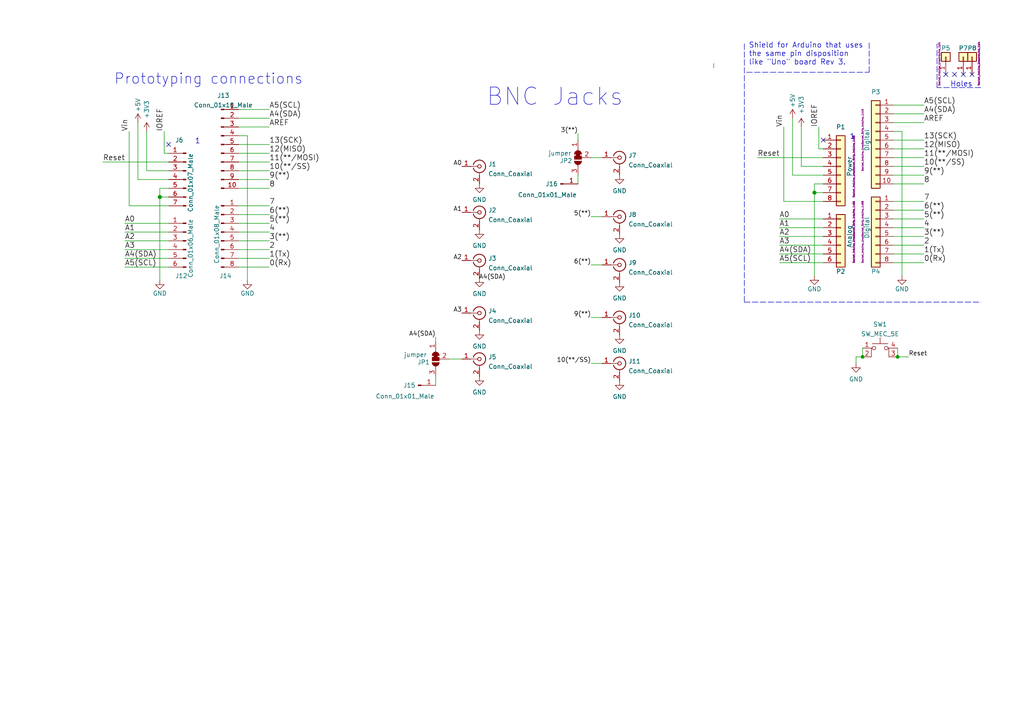
<source format=kicad_sch>
(kicad_sch (version 20211123) (generator eeschema)
  (paper "A4")
  (title_block (date "lun. 30 mars 2015"))
  (lib_symbols
    (symbol "Connector:Conn_01x01_Male" (pin_names (offset 1.016) hide)
      (property "Reference" "J" (at 0 2.54 0))
      (property "Value" "Conn_01x01_Male" (at 0 -2.54 0))
      (symbol "Conn_01x01_Male_1_1"
        (polyline (pts (xy 1.27 0) (xy 0.8636 0)) (stroke (width 0.1524)))
        (rectangle (start 0.8636 0.127) (end 0 -0.127) (stroke (width 0.1524)) (fill (type outline)))
        (pin passive line (at 5.08 0 180) (length 3.81) (name "Pin_1") (number "1"))
      )
    )
    (symbol "Connector:Conn_01x06_Male" (pin_names (offset 1.016) hide)
      (property "Reference" "J" (at 0 7.62 0))
      (property "Value" "Conn_01x06_Male" (at 0 -10.16 0))
      (symbol "Conn_01x06_Male_1_1"
        (polyline (pts (xy 1.27 -7.62) (xy 0.8636 -7.62)) (stroke (width 0.1524)))
        (polyline (pts (xy 1.27 -5.08) (xy 0.8636 -5.08)) (stroke (width 0.1524)))
        (polyline (pts (xy 1.27 -2.54) (xy 0.8636 -2.54)) (stroke (width 0.1524)))
        (polyline (pts (xy 1.27 0) (xy 0.8636 0)) (stroke (width 0.1524)))
        (polyline (pts (xy 1.27 2.54) (xy 0.8636 2.54)) (stroke (width 0.1524)))
        (polyline (pts (xy 1.27 5.08) (xy 0.8636 5.08)) (stroke (width 0.1524)))
        (rectangle (start 0.8636 -7.493) (end 0 -7.747) (stroke (width 0.1524)) (fill (type outline)))
        (rectangle (start 0.8636 -4.953) (end 0 -5.207) (stroke (width 0.1524)) (fill (type outline)))
        (rectangle (start 0.8636 -2.413) (end 0 -2.667) (stroke (width 0.1524)) (fill (type outline)))
        (rectangle (start 0.8636 0.127) (end 0 -0.127) (stroke (width 0.1524)) (fill (type outline)))
        (rectangle (start 0.8636 2.667) (end 0 2.413) (stroke (width 0.1524)) (fill (type outline)))
        (rectangle (start 0.8636 5.207) (end 0 4.953) (stroke (width 0.1524)) (fill (type outline)))
        (pin passive line (at 5.08 5.08 180) (length 3.81) (name "Pin_1") (number "1"))
        (pin passive line (at 5.08 2.54 180) (length 3.81) (name "Pin_2") (number "2"))
        (pin passive line (at 5.08 0 180) (length 3.81) (name "Pin_3") (number "3"))
        (pin passive line (at 5.08 -2.54 180) (length 3.81) (name "Pin_4") (number "4"))
        (pin passive line (at 5.08 -5.08 180) (length 3.81) (name "Pin_5") (number "5"))
        (pin passive line (at 5.08 -7.62 180) (length 3.81) (name "Pin_6") (number "6"))
      )
    )
    (symbol "Connector:Conn_01x07_Male" (pin_names (offset 1.016) hide)
      (property "Reference" "J" (at 0 10.16 0))
      (property "Value" "Conn_01x07_Male" (at 0 -10.16 0))
      (symbol "Conn_01x07_Male_1_1"
        (polyline (pts (xy 1.27 -7.62) (xy 0.8636 -7.62)) (stroke (width 0.1524)))
        (polyline (pts (xy 1.27 -5.08) (xy 0.8636 -5.08)) (stroke (width 0.1524)))
        (polyline (pts (xy 1.27 -2.54) (xy 0.8636 -2.54)) (stroke (width 0.1524)))
        (polyline (pts (xy 1.27 0) (xy 0.8636 0)) (stroke (width 0.1524)))
        (polyline (pts (xy 1.27 2.54) (xy 0.8636 2.54)) (stroke (width 0.1524)))
        (polyline (pts (xy 1.27 5.08) (xy 0.8636 5.08)) (stroke (width 0.1524)))
        (polyline (pts (xy 1.27 7.62) (xy 0.8636 7.62)) (stroke (width 0.1524)))
        (rectangle (start 0.8636 -7.493) (end 0 -7.747) (stroke (width 0.1524)) (fill (type outline)))
        (rectangle (start 0.8636 -4.953) (end 0 -5.207) (stroke (width 0.1524)) (fill (type outline)))
        (rectangle (start 0.8636 -2.413) (end 0 -2.667) (stroke (width 0.1524)) (fill (type outline)))
        (rectangle (start 0.8636 0.127) (end 0 -0.127) (stroke (width 0.1524)) (fill (type outline)))
        (rectangle (start 0.8636 2.667) (end 0 2.413) (stroke (width 0.1524)) (fill (type outline)))
        (rectangle (start 0.8636 5.207) (end 0 4.953) (stroke (width 0.1524)) (fill (type outline)))
        (rectangle (start 0.8636 7.747) (end 0 7.493) (stroke (width 0.1524)) (fill (type outline)))
        (pin passive line (at 5.08 7.62 180) (length 3.81) (name "Pin_1") (number "1"))
        (pin passive line (at 5.08 5.08 180) (length 3.81) (name "Pin_2") (number "2"))
        (pin passive line (at 5.08 2.54 180) (length 3.81) (name "Pin_3") (number "3"))
        (pin passive line (at 5.08 0 180) (length 3.81) (name "Pin_4") (number "4"))
        (pin passive line (at 5.08 -2.54 180) (length 3.81) (name "Pin_5") (number "5"))
        (pin passive line (at 5.08 -5.08 180) (length 3.81) (name "Pin_6") (number "6"))
        (pin passive line (at 5.08 -7.62 180) (length 3.81) (name "Pin_7") (number "7"))
      )
    )
    (symbol "Connector:Conn_01x08_Male" (pin_names (offset 1.016) hide)
      (property "Reference" "J" (at 0 10.16 0))
      (property "Value" "Conn_01x08_Male" (at 0 -12.7 0))
      (symbol "Conn_01x08_Male_1_1"
        (polyline (pts (xy 1.27 -10.16) (xy 0.8636 -10.16)) (stroke (width 0.1524)))
        (polyline (pts (xy 1.27 -7.62) (xy 0.8636 -7.62)) (stroke (width 0.1524)))
        (polyline (pts (xy 1.27 -5.08) (xy 0.8636 -5.08)) (stroke (width 0.1524)))
        (polyline (pts (xy 1.27 -2.54) (xy 0.8636 -2.54)) (stroke (width 0.1524)))
        (polyline (pts (xy 1.27 0) (xy 0.8636 0)) (stroke (width 0.1524)))
        (polyline (pts (xy 1.27 2.54) (xy 0.8636 2.54)) (stroke (width 0.1524)))
        (polyline (pts (xy 1.27 5.08) (xy 0.8636 5.08)) (stroke (width 0.1524)))
        (polyline (pts (xy 1.27 7.62) (xy 0.8636 7.62)) (stroke (width 0.1524)))
        (rectangle (start 0.8636 -10.033) (end 0 -10.287) (stroke (width 0.1524)) (fill (type outline)))
        (rectangle (start 0.8636 -7.493) (end 0 -7.747) (stroke (width 0.1524)) (fill (type outline)))
        (rectangle (start 0.8636 -4.953) (end 0 -5.207) (stroke (width 0.1524)) (fill (type outline)))
        (rectangle (start 0.8636 -2.413) (end 0 -2.667) (stroke (width 0.1524)) (fill (type outline)))
        (rectangle (start 0.8636 0.127) (end 0 -0.127) (stroke (width 0.1524)) (fill (type outline)))
        (rectangle (start 0.8636 2.667) (end 0 2.413) (stroke (width 0.1524)) (fill (type outline)))
        (rectangle (start 0.8636 5.207) (end 0 4.953) (stroke (width 0.1524)) (fill (type outline)))
        (rectangle (start 0.8636 7.747) (end 0 7.493) (stroke (width 0.1524)) (fill (type outline)))
        (pin passive line (at 5.08 7.62 180) (length 3.81) (name "Pin_1") (number "1"))
        (pin passive line (at 5.08 5.08 180) (length 3.81) (name "Pin_2") (number "2"))
        (pin passive line (at 5.08 2.54 180) (length 3.81) (name "Pin_3") (number "3"))
        (pin passive line (at 5.08 0 180) (length 3.81) (name "Pin_4") (number "4"))
        (pin passive line (at 5.08 -2.54 180) (length 3.81) (name "Pin_5") (number "5"))
        (pin passive line (at 5.08 -5.08 180) (length 3.81) (name "Pin_6") (number "6"))
        (pin passive line (at 5.08 -7.62 180) (length 3.81) (name "Pin_7") (number "7"))
        (pin passive line (at 5.08 -10.16 180) (length 3.81) (name "Pin_8") (number "8"))
      )
    )
    (symbol "Connector:Conn_01x10_Male" (pin_names (offset 1.016) hide)
      (property "Reference" "J" (at 0 12.7 0))
      (property "Value" "Conn_01x10_Male" (at 0 -15.24 0))
      (symbol "Conn_01x10_Male_1_1"
        (polyline (pts (xy 1.27 -12.7) (xy 0.8636 -12.7)) (stroke (width 0.1524)))
        (polyline (pts (xy 1.27 -10.16) (xy 0.8636 -10.16)) (stroke (width 0.1524)))
        (polyline (pts (xy 1.27 -7.62) (xy 0.8636 -7.62)) (stroke (width 0.1524)))
        (polyline (pts (xy 1.27 -5.08) (xy 0.8636 -5.08)) (stroke (width 0.1524)))
        (polyline (pts (xy 1.27 -2.54) (xy 0.8636 -2.54)) (stroke (width 0.1524)))
        (polyline (pts (xy 1.27 0) (xy 0.8636 0)) (stroke (width 0.1524)))
        (polyline (pts (xy 1.27 2.54) (xy 0.8636 2.54)) (stroke (width 0.1524)))
        (polyline (pts (xy 1.27 5.08) (xy 0.8636 5.08)) (stroke (width 0.1524)))
        (polyline (pts (xy 1.27 7.62) (xy 0.8636 7.62)) (stroke (width 0.1524)))
        (polyline (pts (xy 1.27 10.16) (xy 0.8636 10.16)) (stroke (width 0.1524)))
        (rectangle (start 0.8636 -12.573) (end 0 -12.827) (stroke (width 0.1524)) (fill (type outline)))
        (rectangle (start 0.8636 -10.033) (end 0 -10.287) (stroke (width 0.1524)) (fill (type outline)))
        (rectangle (start 0.8636 -7.493) (end 0 -7.747) (stroke (width 0.1524)) (fill (type outline)))
        (rectangle (start 0.8636 -4.953) (end 0 -5.207) (stroke (width 0.1524)) (fill (type outline)))
        (rectangle (start 0.8636 -2.413) (end 0 -2.667) (stroke (width 0.1524)) (fill (type outline)))
        (rectangle (start 0.8636 0.127) (end 0 -0.127) (stroke (width 0.1524)) (fill (type outline)))
        (rectangle (start 0.8636 2.667) (end 0 2.413) (stroke (width 0.1524)) (fill (type outline)))
        (rectangle (start 0.8636 5.207) (end 0 4.953) (stroke (width 0.1524)) (fill (type outline)))
        (rectangle (start 0.8636 7.747) (end 0 7.493) (stroke (width 0.1524)) (fill (type outline)))
        (rectangle (start 0.8636 10.287) (end 0 10.033) (stroke (width 0.1524)) (fill (type outline)))
        (pin passive line (at 5.08 10.16 180) (length 3.81) (name "Pin_1") (number "1"))
        (pin passive line (at 5.08 -12.7 180) (length 3.81) (name "Pin_10") (number "10"))
        (pin passive line (at 5.08 7.62 180) (length 3.81) (name "Pin_2") (number "2"))
        (pin passive line (at 5.08 5.08 180) (length 3.81) (name "Pin_3") (number "3"))
        (pin passive line (at 5.08 2.54 180) (length 3.81) (name "Pin_4") (number "4"))
        (pin passive line (at 5.08 0 180) (length 3.81) (name "Pin_5") (number "5"))
        (pin passive line (at 5.08 -2.54 180) (length 3.81) (name "Pin_6") (number "6"))
        (pin passive line (at 5.08 -5.08 180) (length 3.81) (name "Pin_7") (number "7"))
        (pin passive line (at 5.08 -7.62 180) (length 3.81) (name "Pin_8") (number "8"))
        (pin passive line (at 5.08 -10.16 180) (length 3.81) (name "Pin_9") (number "9"))
      )
    )
    (symbol "Connector:Conn_Coaxial" (pin_names (offset 1.016) hide)
      (property "Reference" "J" (at 0.254 3.048 0))
      (property "Value" "Conn_Coaxial" (at 2.921 0 90))
      (symbol "Conn_Coaxial_0_1"
        (arc (start -1.778 -0.508) (mid 0.222 -1.808) (end 1.778 0) (stroke (width 0.254)))
        (polyline (pts (xy -2.54 0) (xy -0.508 0)))
        (polyline (pts (xy 0 -2.54) (xy 0 -1.778)))
        (circle (center 0 0) (radius 0.508) (stroke (width 0.2032)))
        (arc (start 1.778 0) (mid 0.222 1.8083) (end -1.778 0.508) (stroke (width 0.254)))
      )
      (symbol "Conn_Coaxial_1_1"
        (pin passive line (at -5.08 0 0) (length 2.54) (name "In") (number "1"))
        (pin passive line (at 0 -5.08 90) (length 2.54) (name "Ext") (number "2"))
      )
    )
    (symbol "Connector_Generic:Conn_01x01" (pin_names (offset 1.016) hide)
      (property "Reference" "J" (at 0 2.54 0))
      (property "Value" "Conn_01x01" (at 0 -2.54 0))
      (symbol "Conn_01x01_1_1"
        (rectangle (start -1.27 0.127) (end 0 -0.127) (stroke (width 0.1524)))
        (rectangle (start -1.27 1.27) (end 1.27 -1.27) (stroke (width 0.254)) (fill (type background)))
        (pin passive line (at -5.08 0 0) (length 3.81) (name "Pin_1") (number "1"))
      )
    )
    (symbol "Connector_Generic:Conn_01x06" (pin_names (offset 1.016) hide)
      (property "Reference" "J" (at 0 7.62 0))
      (property "Value" "Conn_01x06" (at 0 -10.16 0))
      (symbol "Conn_01x06_1_1"
        (rectangle (start -1.27 -7.493) (end 0 -7.747) (stroke (width 0.1524)))
        (rectangle (start -1.27 -4.953) (end 0 -5.207) (stroke (width 0.1524)))
        (rectangle (start -1.27 -2.413) (end 0 -2.667) (stroke (width 0.1524)))
        (rectangle (start -1.27 0.127) (end 0 -0.127) (stroke (width 0.1524)))
        (rectangle (start -1.27 2.667) (end 0 2.413) (stroke (width 0.1524)))
        (rectangle (start -1.27 5.207) (end 0 4.953) (stroke (width 0.1524)))
        (rectangle (start -1.27 6.35) (end 1.27 -8.89) (stroke (width 0.254)) (fill (type background)))
        (pin passive line (at -5.08 5.08 0) (length 3.81) (name "Pin_1") (number "1"))
        (pin passive line (at -5.08 2.54 0) (length 3.81) (name "Pin_2") (number "2"))
        (pin passive line (at -5.08 0 0) (length 3.81) (name "Pin_3") (number "3"))
        (pin passive line (at -5.08 -2.54 0) (length 3.81) (name "Pin_4") (number "4"))
        (pin passive line (at -5.08 -5.08 0) (length 3.81) (name "Pin_5") (number "5"))
        (pin passive line (at -5.08 -7.62 0) (length 3.81) (name "Pin_6") (number "6"))
      )
    )
    (symbol "Connector_Generic:Conn_01x08" (pin_names (offset 1.016) hide)
      (property "Reference" "J" (at 0 10.16 0))
      (property "Value" "Conn_01x08" (at 0 -12.7 0))
      (symbol "Conn_01x08_1_1"
        (rectangle (start -1.27 -10.033) (end 0 -10.287) (stroke (width 0.1524)))
        (rectangle (start -1.27 -7.493) (end 0 -7.747) (stroke (width 0.1524)))
        (rectangle (start -1.27 -4.953) (end 0 -5.207) (stroke (width 0.1524)))
        (rectangle (start -1.27 -2.413) (end 0 -2.667) (stroke (width 0.1524)))
        (rectangle (start -1.27 0.127) (end 0 -0.127) (stroke (width 0.1524)))
        (rectangle (start -1.27 2.667) (end 0 2.413) (stroke (width 0.1524)))
        (rectangle (start -1.27 5.207) (end 0 4.953) (stroke (width 0.1524)))
        (rectangle (start -1.27 7.747) (end 0 7.493) (stroke (width 0.1524)))
        (rectangle (start -1.27 8.89) (end 1.27 -11.43) (stroke (width 0.254)) (fill (type background)))
        (pin passive line (at -5.08 7.62 0) (length 3.81) (name "Pin_1") (number "1"))
        (pin passive line (at -5.08 5.08 0) (length 3.81) (name "Pin_2") (number "2"))
        (pin passive line (at -5.08 2.54 0) (length 3.81) (name "Pin_3") (number "3"))
        (pin passive line (at -5.08 0 0) (length 3.81) (name "Pin_4") (number "4"))
        (pin passive line (at -5.08 -2.54 0) (length 3.81) (name "Pin_5") (number "5"))
        (pin passive line (at -5.08 -5.08 0) (length 3.81) (name "Pin_6") (number "6"))
        (pin passive line (at -5.08 -7.62 0) (length 3.81) (name "Pin_7") (number "7"))
        (pin passive line (at -5.08 -10.16 0) (length 3.81) (name "Pin_8") (number "8"))
      )
    )
    (symbol "Connector_Generic:Conn_01x10" (pin_names (offset 1.016) hide)
      (property "Reference" "J" (at 0 12.7 0))
      (property "Value" "Conn_01x10" (at 0 -15.24 0))
      (symbol "Conn_01x10_1_1"
        (rectangle (start -1.27 -12.573) (end 0 -12.827) (stroke (width 0.1524)))
        (rectangle (start -1.27 -10.033) (end 0 -10.287) (stroke (width 0.1524)))
        (rectangle (start -1.27 -7.493) (end 0 -7.747) (stroke (width 0.1524)))
        (rectangle (start -1.27 -4.953) (end 0 -5.207) (stroke (width 0.1524)))
        (rectangle (start -1.27 -2.413) (end 0 -2.667) (stroke (width 0.1524)))
        (rectangle (start -1.27 0.127) (end 0 -0.127) (stroke (width 0.1524)))
        (rectangle (start -1.27 2.667) (end 0 2.413) (stroke (width 0.1524)))
        (rectangle (start -1.27 5.207) (end 0 4.953) (stroke (width 0.1524)))
        (rectangle (start -1.27 7.747) (end 0 7.493) (stroke (width 0.1524)))
        (rectangle (start -1.27 10.287) (end 0 10.033) (stroke (width 0.1524)))
        (rectangle (start -1.27 11.43) (end 1.27 -13.97) (stroke (width 0.254)) (fill (type background)))
        (pin passive line (at -5.08 10.16 0) (length 3.81) (name "Pin_1") (number "1"))
        (pin passive line (at -5.08 -12.7 0) (length 3.81) (name "Pin_10") (number "10"))
        (pin passive line (at -5.08 7.62 0) (length 3.81) (name "Pin_2") (number "2"))
        (pin passive line (at -5.08 5.08 0) (length 3.81) (name "Pin_3") (number "3"))
        (pin passive line (at -5.08 2.54 0) (length 3.81) (name "Pin_4") (number "4"))
        (pin passive line (at -5.08 0 0) (length 3.81) (name "Pin_5") (number "5"))
        (pin passive line (at -5.08 -2.54 0) (length 3.81) (name "Pin_6") (number "6"))
        (pin passive line (at -5.08 -5.08 0) (length 3.81) (name "Pin_7") (number "7"))
        (pin passive line (at -5.08 -7.62 0) (length 3.81) (name "Pin_8") (number "8"))
        (pin passive line (at -5.08 -10.16 0) (length 3.81) (name "Pin_9") (number "9"))
      )
    )
    (symbol "Jumper:SolderJumper_3_Bridged12" (pin_names (offset 0) hide)
      (property "Reference" "JP" (at -2.54 -2.54 0))
      (property "Value" "SolderJumper_3_Bridged12" (at 0 2.794 0))
      (symbol "SolderJumper_3_Bridged12_0_1"
        (rectangle (start -1.016 0.508) (end -0.508 -0.508) (fill (type outline)))
        (arc (start -1.016 1.016) (mid -2.032 0) (end -1.016 -1.016))
        (arc (start -1.016 1.016) (mid -2.032 0) (end -1.016 -1.016) (fill (type outline)))
        (rectangle (start -0.508 1.016) (end 0.508 -1.016) (fill (type outline)))
        (polyline (pts (xy -2.54 0) (xy -2.032 0)))
        (polyline (pts (xy -1.016 1.016) (xy -1.016 -1.016)))
        (polyline (pts (xy 0 -1.27) (xy 0 -1.016)))
        (polyline (pts (xy 1.016 1.016) (xy 1.016 -1.016)))
        (polyline (pts (xy 2.54 0) (xy 2.032 0)))
        (arc (start 1.016 -1.016) (mid 2.032 0) (end 1.016 1.016))
        (arc (start 1.016 -1.016) (mid 2.032 0) (end 1.016 1.016) (fill (type outline)))
      )
      (symbol "SolderJumper_3_Bridged12_1_1"
        (pin passive line (at -5.08 0 0) (length 2.54) (name "A") (number "1"))
        (pin input line (at 0 -3.81 90) (length 2.54) (name "C") (number "2"))
        (pin passive line (at 5.08 0 180) (length 2.54) (name "B") (number "3"))
      )
    )
    (symbol "Switch:SW_MEC_5E" (pin_names (offset 1.016) hide)
      (property "Reference" "SW" (at 0.635 5.715 0))
      (property "Value" "SW_MEC_5E" (at 0 -3.175 0))
      (symbol "SW_MEC_5E_0_1"
        (circle (center -1.778 2.54) (radius 0.508))
        (polyline (pts (xy -2.286 3.81) (xy 2.286 3.81)))
        (polyline (pts (xy 0 3.81) (xy 0 5.588)))
        (polyline (pts (xy -2.54 0) (xy -2.54 2.54) (xy -2.286 2.54)))
        (polyline (pts (xy 2.54 0) (xy 2.54 2.54) (xy 2.286 2.54)))
        (circle (center 1.778 2.54) (radius 0.508))
        (pin passive line (at -5.08 2.54 0) (length 2.54) (name "1") (number "1"))
        (pin passive line (at -5.08 0 0) (length 2.54) (name "2") (number "2"))
        (pin passive line (at 5.08 0 180) (length 2.54) (name "K") (number "3"))
        (pin passive line (at 5.08 2.54 180) (length 2.54) (name "A") (number "4"))
      )
    )
    (symbol "power:+3.3V" (power) (pin_names (offset 0))
      (property "Value" "+3.3V" (at 0 3.556 0))
      (symbol "+3.3V_0_1"
        (polyline (pts (xy -0.762 1.27) (xy 0 2.54)))
        (polyline (pts (xy 0 0) (xy 0 2.54)))
        (polyline (pts (xy 0 2.54) (xy 0.762 1.27)))
      )
      (symbol "+3.3V_1_1"
        (pin power_in line (at 0 0 90) (length 0) hide (name "+3V3") (number "1"))
      )
    )
    (symbol "power:+5V" (power) (pin_names (offset 0))
      (property "Value" "+5V" (at 0 3.556 0))
      (symbol "+5V_0_1"
        (polyline (pts (xy -0.762 1.27) (xy 0 2.54)))
        (polyline (pts (xy 0 0) (xy 0 2.54)))
        (polyline (pts (xy 0 2.54) (xy 0.762 1.27)))
      )
      (symbol "+5V_1_1"
        (pin power_in line (at 0 0 90) (length 0) hide (name "+5V") (number "1"))
      )
    )
    (symbol "power:GND" (power) (pin_names (offset 0))
      (property "Value" "GND" (at 0 -3.81 0))
      (symbol "GND_0_1"
        (polyline (pts (xy 0 0) (xy 0 -1.27) (xy 1.27 -1.27) (xy 0 -2.54) (xy -1.27 -1.27) (xy 0 -1.27)))
      )
      (symbol "GND_1_1"
        (pin power_in line (at 0 0 270) (length 0) hide (name "GND") (number "1"))
      )
    )
  )
  (junction (at 46.355 57.15) (diameter 1.016))
  (junction (at 250.19 103.505))
  (junction (at 260.35 103.505))
  (junction (at 236.22 55.88) (diameter 1.016))
  (no_connect (at 279.4 21.59))
  (no_connect (at 274.32 21.59))
  (no_connect (at 276.86 21.59))
  (no_connect (at 48.895 41.91))
  (no_connect (at 281.94 21.59))
  (no_connect (at 238.76 40.64))
  (wire (pts (xy 69.215 36.83) (xy 78.105 36.83)))
  (wire (pts (xy 69.215 49.53) (xy 78.105 49.53)))
  (wire (pts (xy 238.76 48.26) (xy 232.41 48.26)))
  (wire (pts (xy 48.895 69.85) (xy 36.195 69.85)))
  (wire (pts (xy 238.76 71.12) (xy 226.06 71.12)))
  (wire (pts (xy 46.355 54.61) (xy 46.355 57.15)))
  (polyline (pts (xy 252.095 20.955) (xy 252.095 12.065)) (stroke (width 0) (type dash)))
  (wire (pts (xy 69.215 72.39) (xy 78.105 72.39)))
  (wire (pts (xy 42.545 49.53) (xy 42.545 38.1)))
  (wire (pts (xy 259.08 63.5) (xy 267.97 63.5)))
  (wire (pts (xy 47.625 44.45) (xy 48.895 44.45)))
  (wire (pts (xy 69.215 41.91) (xy 78.105 41.91)))
  (wire (pts (xy 40.005 52.07) (xy 40.005 35.56)))
  (wire (pts (xy 69.215 39.37) (xy 71.755 39.37)))
  (wire (pts (xy 126.365 97.79) (xy 126.365 99.06)))
  (wire (pts (xy 236.22 53.34) (xy 236.22 55.88)))
  (wire (pts (xy 37.465 59.69) (xy 37.465 38.1)))
  (wire (pts (xy 259.08 43.18) (xy 267.97 43.18)))
  (wire (pts (xy 261.62 38.1) (xy 261.62 80.01)))
  (wire (pts (xy 238.76 53.34) (xy 236.22 53.34)))
  (wire (pts (xy 48.895 52.07) (xy 40.005 52.07)))
  (wire (pts (xy 167.64 50.8) (xy 167.64 53.34)))
  (wire (pts (xy 259.08 53.34) (xy 267.97 53.34)))
  (wire (pts (xy 237.49 43.18) (xy 238.76 43.18)))
  (wire (pts (xy 238.76 50.8) (xy 229.87 50.8)))
  (wire (pts (xy 250.19 103.505) (xy 248.285 103.505)))
  (wire (pts (xy 71.755 39.37) (xy 71.755 81.28)))
  (wire (pts (xy 171.45 92.075) (xy 174.625 92.075)))
  (wire (pts (xy 69.215 44.45) (xy 78.105 44.45)))
  (wire (pts (xy 259.08 40.64) (xy 267.97 40.64)))
  (wire (pts (xy 259.08 58.42) (xy 267.97 58.42)))
  (wire (pts (xy 238.76 66.04) (xy 226.06 66.04)))
  (wire (pts (xy 69.215 74.93) (xy 78.105 74.93)))
  (wire (pts (xy 250.19 100.965) (xy 250.19 103.505)))
  (wire (pts (xy 259.08 30.48) (xy 267.97 30.48)))
  (wire (pts (xy 259.08 71.12) (xy 267.97 71.12)))
  (wire (pts (xy 69.215 69.85) (xy 78.105 69.85)))
  (wire (pts (xy 171.45 105.41) (xy 174.625 105.41)))
  (wire (pts (xy 69.215 59.69) (xy 78.105 59.69)))
  (wire (pts (xy 260.35 100.965) (xy 260.35 103.505)))
  (wire (pts (xy 167.64 38.735) (xy 167.64 40.64)))
  (wire (pts (xy 238.76 58.42) (xy 227.33 58.42)))
  (wire (pts (xy 171.45 76.835) (xy 174.625 76.835)))
  (wire (pts (xy 69.215 67.31) (xy 78.105 67.31)))
  (wire (pts (xy 207.01 18.415) (xy 207.01 19.685)))
  (wire (pts (xy 48.895 64.77) (xy 36.195 64.77)))
  (wire (pts (xy 48.895 72.39) (xy 36.195 72.39)))
  (wire (pts (xy 238.76 63.5) (xy 226.06 63.5)))
  (wire (pts (xy 259.08 45.72) (xy 267.97 45.72)))
  (wire (pts (xy 238.76 73.66) (xy 226.06 73.66)))
  (polyline (pts (xy 284.48 25.4) (xy 271.78 25.4)) (stroke (width 0) (type dash)))
  (wire (pts (xy 48.895 57.15) (xy 46.355 57.15)))
  (wire (pts (xy 238.76 45.72) (xy 219.71 45.72)))
  (wire (pts (xy 259.08 38.1) (xy 261.62 38.1)))
  (wire (pts (xy 238.76 55.88) (xy 236.22 55.88)))
  (wire (pts (xy 259.08 50.8) (xy 267.97 50.8)))
  (wire (pts (xy 48.895 49.53) (xy 42.545 49.53)))
  (wire (pts (xy 48.895 74.93) (xy 36.195 74.93)))
  (wire (pts (xy 69.215 77.47) (xy 78.105 77.47)))
  (wire (pts (xy 236.22 55.88) (xy 236.22 80.01)))
  (wire (pts (xy 227.33 58.42) (xy 227.33 36.83)))
  (wire (pts (xy 130.175 104.14) (xy 133.985 104.14)))
  (wire (pts (xy 48.895 59.69) (xy 37.465 59.69)))
  (polyline (pts (xy 215.9 87.63) (xy 284.48 87.63)) (stroke (width 0) (type dash)))
  (wire (pts (xy 259.08 68.58) (xy 267.97 68.58)))
  (wire (pts (xy 47.625 38.1) (xy 47.625 44.45)))
  (wire (pts (xy 238.76 76.2) (xy 226.06 76.2)))
  (wire (pts (xy 69.215 52.07) (xy 78.105 52.07)))
  (wire (pts (xy 259.08 73.66) (xy 267.97 73.66)))
  (polyline (pts (xy 271.78 25.4) (xy 271.78 12.7)) (stroke (width 0) (type dash)))
  (wire (pts (xy 69.215 34.29) (xy 78.105 34.29)))
  (wire (pts (xy 69.215 64.77) (xy 78.105 64.77)))
  (wire (pts (xy 259.08 60.96) (xy 267.97 60.96)))
  (wire (pts (xy 229.87 50.8) (xy 229.87 34.29)))
  (wire (pts (xy 48.895 77.47) (xy 36.195 77.47)))
  (wire (pts (xy 48.895 46.99) (xy 29.845 46.99)))
  (wire (pts (xy 259.08 33.02) (xy 267.97 33.02)))
  (wire (pts (xy 259.08 66.04) (xy 267.97 66.04)))
  (wire (pts (xy 259.08 35.56) (xy 267.97 35.56)))
  (wire (pts (xy 46.355 57.15) (xy 46.355 81.28)))
  (polyline (pts (xy 215.9 12.7) (xy 215.9 87.63)) (stroke (width 0) (type dash)))
  (wire (pts (xy 171.45 45.72) (xy 174.625 45.72)))
  (wire (pts (xy 126.365 109.22) (xy 126.365 111.76)))
  (wire (pts (xy 48.895 54.61) (xy 46.355 54.61)))
  (wire (pts (xy 48.895 67.31) (xy 36.195 67.31)))
  (wire (pts (xy 232.41 48.26) (xy 232.41 36.83)))
  (wire (pts (xy 248.285 103.505) (xy 248.285 105.41)))
  (wire (pts (xy 237.49 36.83) (xy 237.49 43.18)))
  (wire (pts (xy 69.215 62.23) (xy 78.105 62.23)))
  (wire (pts (xy 260.35 103.505) (xy 263.525 103.505)))
  (wire (pts (xy 259.08 76.2) (xy 267.97 76.2)))
  (wire (pts (xy 259.08 48.26) (xy 267.97 48.26)))
  (wire (pts (xy 171.45 62.865) (xy 174.625 62.865)))
  (wire (pts (xy 69.215 31.75) (xy 78.105 31.75)))
  (wire (pts (xy 238.76 68.58) (xy 226.06 68.58)))
  (wire (pts (xy 69.215 46.99) (xy 78.105 46.99)))
  (wire (pts (xy 69.215 54.61) (xy 78.105 54.61)))
  (polyline (pts (xy 216.535 20.955) (xy 252.095 20.955)) (stroke (width 0) (type dash)))
  (text "Prototyping connections" (at 33.02 24.765 0) (effects (font (size 3 3)) (justify left bottom)))
  (text "BNC Jacks" (at 140.97 31.115 0) (effects (font (size 5 5)) (justify left bottom)))
  (text "Holes" (at 275.59 25.4 0) (effects (font (size 1.524 1.524)) (justify left bottom)))
  (text "Shield for Arduino that uses\nthe same pin disposition\nlike \"Uno\" board Rev 3." (at 217.17 19.05 0) (effects (font (size 1.524 1.524)) (justify left bottom)))
  (text "1" (at 56.515 41.91 0) (effects (font (size 1.524 1.524)) (justify left bottom)))
  (text "1" (at 246.38 40.64 0) (effects (font (size 1.524 1.524)) (justify left bottom)))
  (label "13(SCK)" (at 78.105 41.91 0) (effects (font (size 1.524 1.524))))
  (label "Vin" (at 227.33 36.83 90) (effects (font (size 1.524 1.524))))
  (label "1(Tx)" (at 78.105 74.93 0) (effects (font (size 1.524 1.524))))
  (label "A1" (at 36.195 67.31 0) (effects (font (size 1.524 1.524))))
  (label "5(**)" (at 78.105 64.77 0) (effects (font (size 1.524 1.524))))
  (label "0(Rx)" (at 267.97 76.2 0) (effects (font (size 1.524 1.524))))
  (label "A4(SDA)" (at 226.06 73.66 0) (effects (font (size 1.524 1.524))))
  (label "A3" (at 36.195 72.39 0) (effects (font (size 1.524 1.524))))
  (label "4" (at 78.105 67.31 0) (effects (font (size 1.524 1.524))))
  (label "6(**)" (at 171.45 76.835 180))
  (label "7" (at 78.105 59.69 0) (effects (font (size 1.524 1.524))))
  (label "12(MISO)" (at 78.105 44.45 0) (effects (font (size 1.524 1.524))))
  (label "A4(SDA)" (at 126.365 97.79 180))
  (label "4" (at 267.97 66.04 0) (effects (font (size 1.524 1.524))))
  (label "A0" (at 36.195 64.77 0) (effects (font (size 1.524 1.524))))
  (label "5(**)" (at 267.97 63.5 0) (effects (font (size 1.524 1.524))))
  (label "A2" (at 226.06 68.58 0) (effects (font (size 1.524 1.524))))
  (label "A5(SCL)" (at 78.105 31.75 0) (effects (font (size 1.524 1.524))))
  (label "A5(SCL)" (at 226.06 76.2 0) (effects (font (size 1.524 1.524))))
  (label "A0" (at 226.06 63.5 0) (effects (font (size 1.524 1.524))))
  (label "IOREF" (at 47.625 38.1 90) (effects (font (size 1.524 1.524))))
  (label "A1" (at 226.06 66.04 0) (effects (font (size 1.524 1.524))))
  (label "A0" (at 133.985 48.26 180))
  (label "Reset" (at 263.525 103.505 0))
  (label "10(**/SS)" (at 267.97 48.26 0) (effects (font (size 1.524 1.524))))
  (label "A1" (at 133.985 61.595 180))
  (label "13(SCK)" (at 267.97 40.64 0) (effects (font (size 1.524 1.524))))
  (label "A4(SDA)" (at 36.195 74.93 0) (effects (font (size 1.524 1.524))))
  (label "A2" (at 36.195 69.85 0) (effects (font (size 1.524 1.524))))
  (label "8" (at 78.105 54.61 0) (effects (font (size 1.524 1.524))))
  (label "Vin" (at 37.465 38.1 90) (effects (font (size 1.524 1.524))))
  (label "7" (at 267.97 58.42 0) (effects (font (size 1.524 1.524))))
  (label "A4(SDA)" (at 267.97 33.02 0) (effects (font (size 1.524 1.524))))
  (label "A3" (at 226.06 71.12 0) (effects (font (size 1.524 1.524))))
  (label "11(**/MOSI)" (at 78.105 46.99 0) (effects (font (size 1.524 1.524))))
  (label "Reset" (at 219.71 45.72 0) (effects (font (size 1.524 1.524))))
  (label "2" (at 267.97 71.12 0) (effects (font (size 1.524 1.524))))
  (label "A2" (at 133.985 75.565 180))
  (label "12(MISO)" (at 267.97 43.18 0) (effects (font (size 1.524 1.524))))
  (label "3(**)" (at 78.105 69.85 0) (effects (font (size 1.524 1.524))))
  (label "3(**)" (at 267.97 68.58 0) (effects (font (size 1.524 1.524))))
  (label "A5(SCL)" (at 36.195 77.47 0) (effects (font (size 1.524 1.524))))
  (label "6(**)" (at 78.105 62.23 0) (effects (font (size 1.524 1.524))))
  (label "9(**)" (at 267.97 50.8 0) (effects (font (size 1.524 1.524))))
  (label "9(**)" (at 171.45 92.075 180))
  (label "A3" (at 133.985 90.805 180))
  (label "A4(SDA)" (at 78.105 34.29 0) (effects (font (size 1.524 1.524))))
  (label "0(Rx)" (at 78.105 77.47 0) (effects (font (size 1.524 1.524))))
  (label "8" (at 267.97 53.34 0) (effects (font (size 1.524 1.524))))
  (label "5(**)" (at 171.45 62.865 180))
  (label "3(**)" (at 167.64 38.735 180))
  (label "2" (at 78.105 72.39 0) (effects (font (size 1.524 1.524))))
  (label "Reset" (at 29.845 46.99 0) (effects (font (size 1.524 1.524))))
  (label "10(**{slash}SS)" (at 171.45 105.41 180))
  (label "A5(SCL)" (at 267.97 30.48 0) (effects (font (size 1.524 1.524))))
  (label "AREF" (at 78.105 36.83 0) (effects (font (size 1.524 1.524))))
  (label "10(**/SS)" (at 78.105 49.53 0) (effects (font (size 1.524 1.524))))
  (label "IOREF" (at 237.49 36.83 90) (effects (font (size 1.524 1.524))))
  (label "9(**)" (at 78.105 52.07 0) (effects (font (size 1.524 1.524))))
  (label "AREF" (at 267.97 35.56 0) (effects (font (size 1.524 1.524))))
  (label "A4(SDA)" (at 146.685 81.28 180))
  (label "11(**/MOSI)" (at 267.97 45.72 0) (effects (font (size 1.524 1.524))))
  (label "1(Tx)" (at 267.97 73.66 0) (effects (font (size 1.524 1.524))))
  (label "6(**)" (at 267.97 60.96 0) (effects (font (size 1.524 1.524))))
  (symbol (lib_id "Connector_Generic:Conn_01x08") (at 243.84 48.26 0) (unit 1)
    (property "Reference" "P1" (at 243.84 36.83 0))
    (property "Value" "Power" (at 246.38 48.26 90))
    (property "Footprint" "Socket_Arduino_Uno:Socket_Strip_Arduino_1x08" (at 247.65 48.26 90) (effects (font (size 0.508 0.508))))
  )
  (symbol (lib_id "power:+3.3V") (at 232.41 36.83 0) (unit 1)
    (property "Reference" "#PWR01" (effects hide))
    (property "Value" "+3.3V" (at 232.41 30.48 90))
  )
  (symbol (lib_id "power:+5V") (at 229.87 34.29 0) (unit 1)
    (property "Reference" "#PWR02" (effects hide))
    (property "Value" "+5V" (at 229.87 29.21 90))
  )
  (symbol (lib_id "power:GND") (at 236.22 80.01 0) (unit 1)
    (property "Reference" "#PWR03" (effects hide))
    (property "Value" "GND" (at 236.22 83.82 0))
  )
  (symbol (lib_id "power:GND") (at 261.62 80.01 0) (unit 1)
    (property "Reference" "#PWR04" (effects hide))
    (property "Value" "GND" (at 261.62 83.82 0))
  )
  (symbol (lib_id "Connector_Generic:Conn_01x06") (at 243.84 68.58 0) (unit 1)
    (property "Reference" "P2" (at 243.84 78.74 0))
    (property "Value" "Analog" (at 246.38 68.58 90))
    (property "Footprint" "Socket_Arduino_Uno:Socket_Strip_Arduino_1x06" (at 247.65 67.31 90) (effects (font (size 0.508 0.508))))
  )
  (symbol (lib_id "Connector_Generic:Conn_01x01") (at 274.32 16.51 90) (unit 1)
    (property "Reference" "P5" (at 274.32 13.97 90))
    (property "Value" "CONN_01X01" (effects hide))
    (property "Footprint" "Socket_Arduino_Uno:Arduino_1pin" (at 272.4404 18.5166 0) (effects (font (size 0.508 0.508))))
  )
  (symbol (lib_id "Connector_Generic:Conn_01x01") (at 279.4 16.51 90) (unit 1)
    (property "Reference" "P7" (at 279.4 13.97 90))
    (property "Value" "CONN_01X01" (effects hide))
    (property "Footprint" "Socket_Arduino_Uno:Arduino_1pin" (effects hide))
  )
  (symbol (lib_id "Connector_Generic:Conn_01x01") (at 281.94 16.51 90) (unit 1)
    (property "Reference" "P8" (at 281.94 13.97 90))
    (property "Value" "CONN_01X01" (effects hide))
    (property "Footprint" "Socket_Arduino_Uno:Arduino_1pin" (at 283.9212 18.4404 0) (effects (font (size 0.508 0.508))))
  )
  (symbol (lib_id "Connector_Generic:Conn_01x08") (at 254 66.04 0) (mirror y) (unit 1)
    (property "Reference" "P4" (at 254 78.74 0))
    (property "Value" "Digital" (at 251.46 66.04 90))
    (property "Footprint" "Socket_Arduino_Uno:Socket_Strip_Arduino_1x08" (at 250.19 67.31 90) (effects (font (size 0.508 0.508))))
  )
  (symbol (lib_id "Connector_Generic:Conn_01x10") (at 254 40.64 0) (mirror y) (unit 1)
    (property "Reference" "P3" (at 254 26.67 0))
    (property "Value" "Digital" (at 251.46 40.64 90))
    (property "Footprint" "Socket_Arduino_Uno:Socket_Strip_Arduino_1x10" (at 250.19 40.64 90) (effects (font (size 0.508 0.508))))
  )
  (symbol (lib_id "Jumper:SolderJumper_3_Bridged12") (at 126.365 104.14 90) (mirror x) (unit 1)
    (property "Reference" "JP1" (at 124.714 105.0485 90) (effects (justify left)))
    (property "Value" "jumper" (at 123.825 102.87 90) (effects (justify left)))
    (property "Footprint" "Misc_custom:SolderJumper-3-P2.54mm_Bridged12" (effects hide))
  )
  (symbol (lib_id "Connector:Conn_01x06_Male") (at 53.975 69.85 0) (mirror y) (unit 1)
    (property "Reference" "J12" (at 50.8 80.01 0) (effects (justify right)))
    (property "Value" "Conn_01x06_Male" (at 55.245 63.5 90) (effects (justify right)))
    (property "Footprint" "Connector_PinHeader_2.54mm:PinHeader_1x06_P2.54mm_Vertical" (effects hide))
  )
  (symbol (lib_id "Connector:Conn_Coaxial") (at 139.065 61.595 0) (unit 1)
    (property "Reference" "J2" (at 141.605 60.9797 0) (effects (justify left)))
    (property "Value" "Conn_Coaxial" (at 141.605 63.7548 0) (effects (justify left)))
    (property "Footprint" "Connector_Coaxial:BNC_Amphenol_B6252HB-NPP3G-50_Horizontal" (effects hide))
    (property "Datasheet" " ~" (effects hide))
  )
  (symbol (lib_id "Connector:Conn_Coaxial") (at 139.065 90.805 0) (unit 1)
    (property "Reference" "J4" (at 141.605 90.1897 0) (effects (justify left)))
    (property "Value" "Conn_Coaxial" (at 141.605 92.9648 0) (effects (justify left)))
    (property "Footprint" "Connector_Coaxial:BNC_Amphenol_B6252HB-NPP3G-50_Horizontal" (effects hide))
    (property "Datasheet" " ~" (effects hide))
  )
  (symbol (lib_id "Connector:Conn_Coaxial") (at 139.065 48.26 0) (unit 1)
    (property "Reference" "J1" (at 141.605 47.6447 0) (effects (justify left)))
    (property "Value" "Conn_Coaxial" (at 141.605 50.4198 0) (effects (justify left)))
    (property "Footprint" "Connector_Coaxial:BNC_Amphenol_B6252HB-NPP3G-50_Horizontal" (effects hide))
    (property "Datasheet" " ~" (effects hide))
  )
  (symbol (lib_id "power:GND") (at 71.755 81.28 0) (unit 1)
    (property "Reference" "#PWR0109" (effects hide))
    (property "Value" "GND" (at 71.755 85.09 0))
  )
  (symbol (lib_id "power:GND") (at 179.705 110.49 0) (unit 1)
    (property "Reference" "#PWR0108" (effects hide))
    (property "Value" "GND" (at 179.705 115.0525 0))
  )
  (symbol (lib_id "Connector:Conn_01x01_Male") (at 162.56 53.34 0) (unit 1)
    (property "Reference" "J16" (at 160.02 53.34 0))
    (property "Value" "Conn_01x01_Male" (at 158.75 56.515 0))
    (property "Footprint" "Connector_PinHeader_2.54mm:PinHeader_1x01_P2.54mm_Vertical" (effects hide))
  )
  (symbol (lib_id "Connector:Conn_Coaxial") (at 179.705 62.865 0) (unit 1)
    (property "Reference" "J8" (at 182.245 62.2497 0) (effects (justify left)))
    (property "Value" "Conn_Coaxial" (at 182.245 65.0248 0) (effects (justify left)))
    (property "Footprint" "Connector_Coaxial:BNC_Amphenol_B6252HB-NPP3G-50_Horizontal" (effects hide))
    (property "Datasheet" " ~" (effects hide))
  )
  (symbol (lib_id "Connector:Conn_Coaxial") (at 179.705 76.835 0) (unit 1)
    (property "Reference" "J9" (at 182.245 76.2197 0) (effects (justify left)))
    (property "Value" "Conn_Coaxial" (at 182.245 78.9948 0) (effects (justify left)))
    (property "Footprint" "Connector_Coaxial:BNC_Amphenol_B6252HB-NPP3G-50_Horizontal" (effects hide))
    (property "Datasheet" " ~" (effects hide))
  )
  (symbol (lib_id "Connector:Conn_Coaxial") (at 139.065 104.14 0) (unit 1)
    (property "Reference" "J5" (at 141.605 103.5247 0) (effects (justify left)))
    (property "Value" "Conn_Coaxial" (at 141.605 106.2998 0) (effects (justify left)))
    (property "Footprint" "Connector_Coaxial:BNC_Amphenol_B6252HB-NPP3G-50_Horizontal" (effects hide))
    (property "Datasheet" " ~" (effects hide))
  )
  (symbol (lib_id "Switch:SW_MEC_5E") (at 255.27 103.505 0) (unit 1)
    (property "Reference" "SW1" (at 255.27 94.0775 0))
    (property "Value" "SW_MEC_5E" (at 255.27 96.8526 0))
    (property "Footprint" "digikey-footprints:Switch_Tactile_THT_6x6mm" (effects hide))
    (property "Datasheet" "http://www.apem.com/int/index.php?controller=attachment&id_attachment=1371" (effects hide))
  )
  (symbol (lib_id "Connector:Conn_Coaxial") (at 179.705 105.41 0) (unit 1)
    (property "Reference" "J11" (at 182.245 104.7947 0) (effects (justify left)))
    (property "Value" "Conn_Coaxial" (at 182.245 107.5698 0) (effects (justify left)))
    (property "Footprint" "Connector_Coaxial:BNC_Amphenol_B6252HB-NPP3G-50_Horizontal" (effects hide))
    (property "Datasheet" " ~" (effects hide))
  )
  (symbol (lib_id "Connector:Conn_01x10_Male") (at 64.135 41.91 0) (unit 1)
    (property "Reference" "J13" (at 64.77 27.7073 0))
    (property "Value" "Conn_01x10_Male" (at 64.77 30.4824 0))
    (property "Footprint" "Connector_PinHeader_2.54mm:PinHeader_1x10_P2.54mm_Vertical" (effects hide))
  )
  (symbol (lib_id "power:GND") (at 179.705 67.945 0) (unit 1)
    (property "Reference" "#PWR0116" (effects hide))
    (property "Value" "GND" (at 179.705 72.5075 0))
  )
  (symbol (lib_id "power:GND") (at 179.705 97.155 0) (unit 1)
    (property "Reference" "#PWR0107" (effects hide))
    (property "Value" "GND" (at 179.705 101.7175 0))
  )
  (symbol (lib_id "power:GND") (at 139.065 53.34 0) (unit 1)
    (property "Reference" "#PWR0113" (effects hide))
    (property "Value" "GND" (at 139.065 57.9025 0))
  )
  (symbol (lib_id "Connector:Conn_01x08_Male") (at 64.135 67.31 0) (unit 1)
    (property "Reference" "J14" (at 65.405 80.01 0))
    (property "Value" "Conn_01x08_Male" (at 62.865 67.945 90))
    (property "Footprint" "Connector_PinHeader_2.54mm:PinHeader_1x08_P2.54mm_Vertical" (effects hide))
  )
  (symbol (lib_id "power:GND") (at 179.705 50.8 0) (unit 1)
    (property "Reference" "#PWR0115" (effects hide))
    (property "Value" "GND" (at 179.705 55.3625 0))
  )
  (symbol (lib_id "power:GND") (at 139.065 66.675 0) (unit 1)
    (property "Reference" "#PWR0111" (effects hide))
    (property "Value" "GND" (at 139.065 71.2375 0))
  )
  (symbol (lib_id "power:GND") (at 179.705 81.915 0) (unit 1)
    (property "Reference" "#PWR0114" (effects hide))
    (property "Value" "GND" (at 179.705 86.4775 0))
  )
  (symbol (lib_id "power:GND") (at 139.065 109.22 0) (unit 1)
    (property "Reference" "#PWR0105" (effects hide))
    (property "Value" "GND" (at 139.065 113.7825 0))
  )
  (symbol (lib_id "power:GND") (at 46.355 81.28 0) (unit 1)
    (property "Reference" "#PWR0102" (effects hide))
    (property "Value" "GND" (at 46.355 85.09 0))
  )
  (symbol (lib_id "power:GND") (at 139.065 95.885 0) (unit 1)
    (property "Reference" "#PWR0106" (effects hide))
    (property "Value" "GND" (at 139.065 100.4475 0))
  )
  (symbol (lib_id "Connector:Conn_01x07_Male") (at 53.975 52.07 0) (mirror y) (unit 1)
    (property "Reference" "J6" (at 50.8 40.64 0) (effects (justify right)))
    (property "Value" "Conn_01x07_Male" (at 55.245 44.45 90) (effects (justify right)))
    (property "Footprint" "Connector_PinHeader_2.54mm:PinHeader_1x07_P2.54mm_Vertical" (effects hide))
  )
  (symbol (lib_id "Jumper:SolderJumper_3_Bridged12") (at 167.64 45.72 90) (mirror x) (unit 1)
    (property "Reference" "JP2" (at 165.9891 46.6285 90) (effects (justify left)))
    (property "Value" "jumper" (at 165.735 44.45 90) (effects (justify left)))
    (property "Footprint" "Misc_custom:SolderJumper-3-P2.54mm_Bridged12" (effects hide))
  )
  (symbol (lib_id "Connector:Conn_Coaxial") (at 179.705 45.72 0) (unit 1)
    (property "Reference" "J7" (at 182.245 45.1047 0) (effects (justify left)))
    (property "Value" "Conn_Coaxial" (at 182.245 47.8798 0) (effects (justify left)))
    (property "Footprint" "Connector_Coaxial:BNC_Amphenol_B6252HB-NPP3G-50_Horizontal" (effects hide))
    (property "Datasheet" " ~" (effects hide))
  )
  (symbol (lib_id "power:GND") (at 248.285 105.41 0) (unit 1)
    (property "Reference" "#PWR0101" (effects hide))
    (property "Value" "GND" (at 248.285 109.9725 0))
  )
  (symbol (lib_id "power:+5V") (at 40.005 35.56 0) (unit 1)
    (property "Reference" "#PWR0104" (effects hide))
    (property "Value" "+5V" (at 40.005 30.48 90))
  )
  (symbol (lib_id "power:GND") (at 139.065 80.645 0) (unit 1)
    (property "Reference" "#PWR0112" (effects hide))
    (property "Value" "GND" (at 139.065 85.2075 0))
  )
  (symbol (lib_id "Connector:Conn_01x01_Male") (at 121.285 111.76 0) (unit 1)
    (property "Reference" "J15" (at 118.745 111.76 0))
    (property "Value" "Conn_01x01_Male" (at 117.475 114.935 0))
    (property "Footprint" "Connector_PinHeader_2.54mm:PinHeader_1x01_P2.54mm_Vertical" (effects hide))
  )
  (symbol (lib_id "Connector:Conn_Coaxial") (at 179.705 92.075 0) (unit 1)
    (property "Reference" "J10" (at 182.245 91.4597 0) (effects (justify left)))
    (property "Value" "Conn_Coaxial" (at 182.245 94.2348 0) (effects (justify left)))
    (property "Footprint" "Connector_Coaxial:BNC_Amphenol_B6252HB-NPP3G-50_Horizontal" (effects hide))
    (property "Datasheet" " ~" (effects hide))
  )
  (symbol (lib_id "power:+3.3V") (at 42.545 38.1 0) (unit 1)
    (property "Reference" "#PWR0103" (effects hide))
    (property "Value" "+3.3V" (at 42.545 31.75 90))
  )
  (symbol (lib_id "Connector:Conn_Coaxial") (at 139.065 75.565 0) (unit 1)
    (property "Reference" "J3" (at 141.605 74.9497 0) (effects (justify left)))
    (property "Value" "Conn_Coaxial" (at 141.605 77.7248 0) (effects (justify left)))
    (property "Footprint" "Connector_Coaxial:BNC_Amphenol_B6252HB-NPP3G-50_Horizontal" (effects hide))
    (property "Datasheet" " ~" (effects hide))
  )
)
</source>
